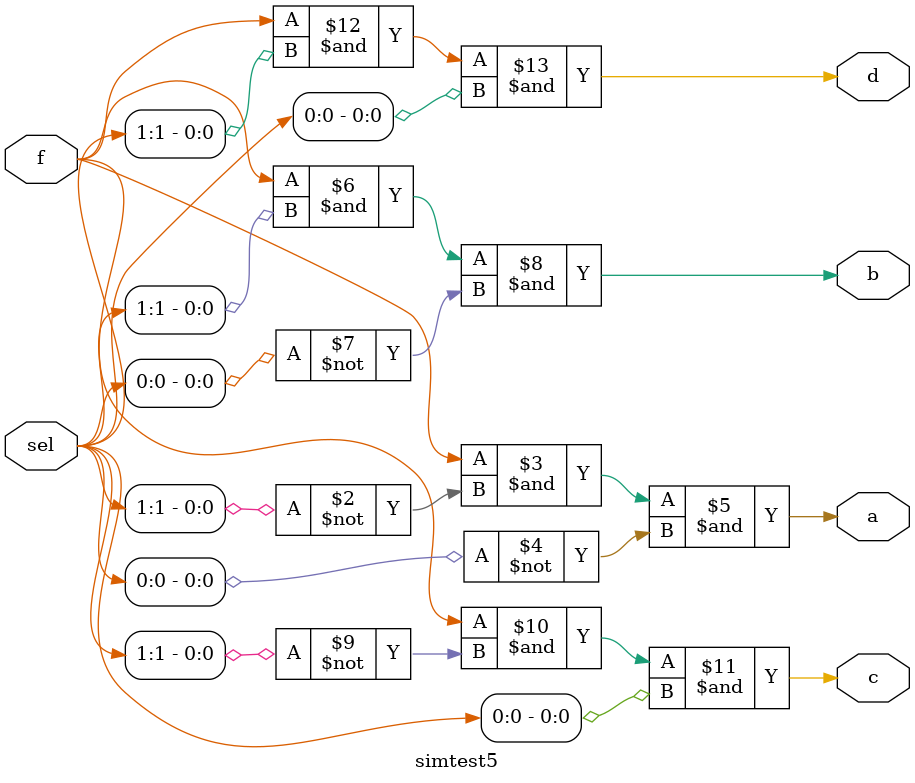
<source format=v>
module simtest5 (
 input f,
 input [0:10] sel,
output reg a,b,c,d
);

always @ ( f or sel ) begin
	a =f &~sel[1] & ~sel[0];
	b =f & sel[1] & ~sel[0];
	c =f & ~sel[1] & sel[0];
	d =f & sel[1] & sel[0];
end

endmodule
</source>
